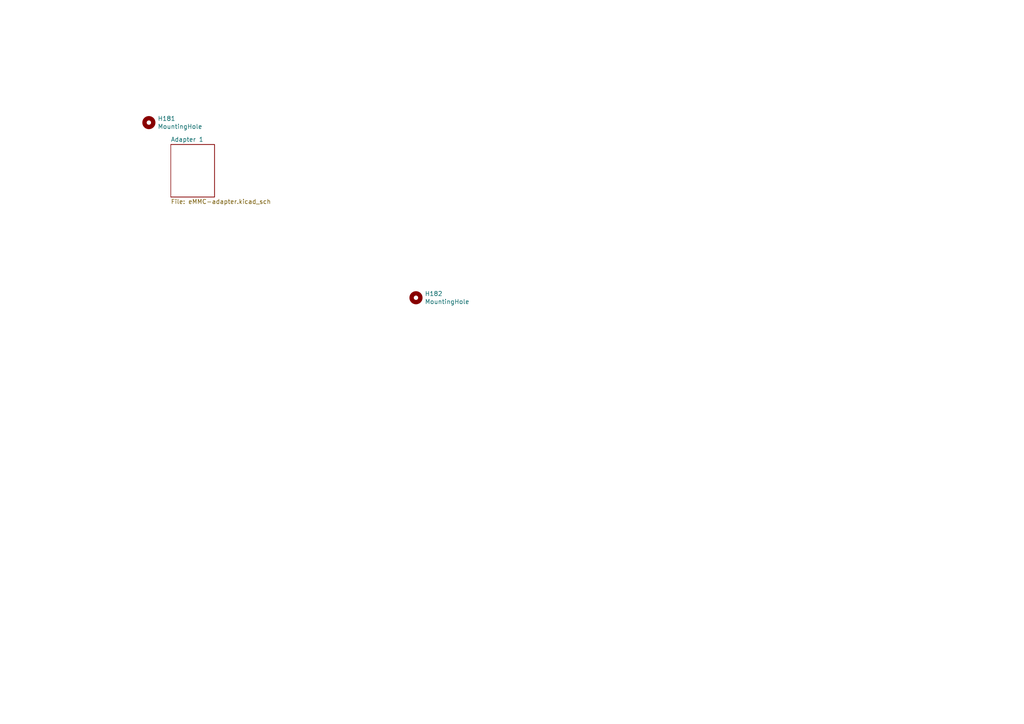
<source format=kicad_sch>
(kicad_sch (version 20211123) (generator eeschema)
  (paper "A4")
  (lib_symbols
    (symbol "Mechanical:MountingHole" (pin_names (offset 1.016))
      (property "Reference" "H" (at 0 5.08 0))
      (property "Value" "MountingHole" (at 0 3.175 0))
      (symbol "MountingHole_0_1"
        (circle (center 0 0) (radius 1.27) (stroke (width 1.27)))
      )
    )
  )
  (symbol (lib_id "Mechanical:MountingHole") (at 43.18 35.56 0) (unit 1)
    (property "Reference" "H181" (at 45.72 34.3916 0) (effects (justify left)))
    (property "Value" "MountingHole" (at 45.72 36.703 0) (effects (justify left)))
    (property "Footprint" "ToolingHole:ToolingHole_JLCSMT" (effects hide))
  )
  (symbol (lib_id "Mechanical:MountingHole") (at 120.65 86.36 0) (unit 1)
    (property "Reference" "H182" (at 123.19 85.1916 0) (effects (justify left)))
    (property "Value" "MountingHole" (at 123.19 87.503 0) (effects (justify left)))
    (property "Footprint" "ToolingHole:ToolingHole_JLCSMT" (effects hide))
  )
  (sheet (at 49.53 41.91) (size 12.7 15.24)
    (property "Sheet name" "Adapter 1" (at 49.53 41.1984 0) (effects (justify left bottom)))
    (property "Sheet file" "eMMC-adapter.kicad_sch" (at 49.53 57.7346 0) (effects (justify left top)))
  )
)
</source>
